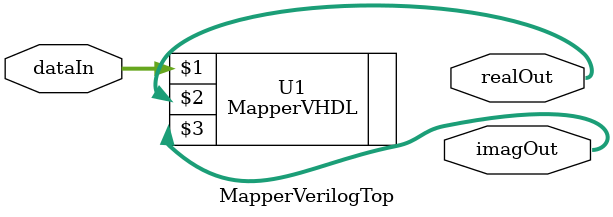
<source format=v>

module MapperVerilogTop (
  dataIn, realOut, imagOut
);
  input [5:0] dataIn;
  output [3:0] realOut;
  output [3:0] imagOut;
  
  MapperVHDL U1(dataIn, realOut,imagOut);
  
endmodule
</source>
